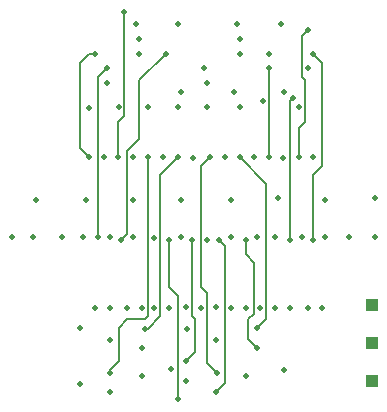
<source format=gbr>
%TF.GenerationSoftware,KiCad,Pcbnew,7.0.6-7.0.6~ubuntu22.04.1*%
%TF.CreationDate,2023-07-31T15:05:58-04:00*%
%TF.ProjectId,readout-box,72656164-6f75-4742-9d62-6f782e6b6963,rev?*%
%TF.SameCoordinates,Original*%
%TF.FileFunction,Copper,L3,Inr*%
%TF.FilePolarity,Positive*%
%FSLAX46Y46*%
G04 Gerber Fmt 4.6, Leading zero omitted, Abs format (unit mm)*
G04 Created by KiCad (PCBNEW 7.0.6-7.0.6~ubuntu22.04.1) date 2023-07-31 15:05:58*
%MOMM*%
%LPD*%
G01*
G04 APERTURE LIST*
%TA.AperFunction,ComponentPad*%
%ADD10R,1.000000X1.000000*%
%TD*%
%TA.AperFunction,ViaPad*%
%ADD11C,0.508000*%
%TD*%
%TA.AperFunction,Conductor*%
%ADD12C,0.152400*%
%TD*%
G04 APERTURE END LIST*
D10*
%TO.N,/+6.5V*%
%TO.C,J1*%
X75500000Y-59500000D03*
%TD*%
%TO.N,GND*%
%TO.C,J2*%
X75500000Y-62750000D03*
%TD*%
%TO.N,/-20V*%
%TO.C,J3*%
X75500000Y-66000000D03*
%TD*%
D11*
%TO.N,/+6.5V*%
X64250000Y-37000000D03*
X62250000Y-62500000D03*
X67500000Y-50500000D03*
X53250000Y-62500000D03*
X71500000Y-50599100D03*
X55250000Y-50639100D03*
X51250000Y-50619100D03*
X47000000Y-50659100D03*
X55750000Y-37000000D03*
X75750000Y-50500000D03*
X63500000Y-50599100D03*
X59250000Y-50619100D03*
%TO.N,/-20V*%
X59250000Y-41500000D03*
X60325000Y-47075000D03*
X57750000Y-47000000D03*
X68000000Y-41500000D03*
X67945000Y-47055000D03*
X63000000Y-47000000D03*
X56000000Y-65500000D03*
X52750000Y-47000000D03*
X65500000Y-47000000D03*
X70485000Y-47015000D03*
X55250000Y-47000000D03*
X64750000Y-65500000D03*
%TO.N,/OUT_1*%
X66750000Y-47000000D03*
X64250000Y-38250000D03*
X66750000Y-39500000D03*
%TO.N,/DET_0*%
X66750000Y-38250000D03*
X70500000Y-54000000D03*
X70500000Y-38250000D03*
%TO.N,/OUT_2*%
X65750000Y-61500000D03*
X64250000Y-47000000D03*
%TO.N,/OUT_3*%
X62359984Y-65281054D03*
X61750000Y-47000000D03*
%TO.N,/OUT_4*%
X59000000Y-47000000D03*
X56250000Y-61520000D03*
%TO.N,/OUT_5*%
X53250000Y-65250000D03*
X56500000Y-47000000D03*
%TO.N,/OUT_6*%
X59000000Y-35700000D03*
X53975000Y-47025000D03*
X54500000Y-34750000D03*
%TO.N,/DET_2*%
X64750000Y-54000000D03*
X65750000Y-63170000D03*
%TO.N,/OUT_7*%
X52000000Y-38250000D03*
X55750000Y-38250000D03*
X51500000Y-47000000D03*
%TO.N,/5V_1*%
X68500000Y-59750000D03*
X71500000Y-53750000D03*
%TO.N,/DET_3*%
X62250000Y-66870000D03*
X62500000Y-54000000D03*
%TO.N,/DET_1*%
X68750000Y-42000000D03*
X63750000Y-41500000D03*
X68500000Y-54000000D03*
%TO.N,/5V_2*%
X66000000Y-59750000D03*
X67250000Y-53750000D03*
%TO.N,/DET_4*%
X56000000Y-63170000D03*
X59750000Y-64250000D03*
X60250000Y-54000000D03*
%TO.N,/5V_3*%
X63500000Y-59750000D03*
X63500000Y-53750000D03*
%TO.N,/5V_4*%
X61000000Y-59750000D03*
X59250000Y-53750000D03*
%TO.N,/DET_5*%
X53250000Y-66870000D03*
X58250000Y-54000000D03*
X59000000Y-67500000D03*
%TO.N,/5V_5*%
X58250000Y-59750000D03*
X55250000Y-53750000D03*
%TO.N,/5V_6*%
X51000000Y-53750000D03*
X56000000Y-59750000D03*
%TO.N,/DET_6*%
X58000000Y-38250000D03*
X54250000Y-54000000D03*
%TO.N,/5V_7*%
X46750000Y-53750000D03*
X53250000Y-59750000D03*
%TO.N,/DET_7*%
X52250000Y-53750000D03*
X53040000Y-39460000D03*
%TO.N,GND*%
X54000000Y-42750000D03*
X70000000Y-39500000D03*
X67250000Y-59750000D03*
X58430000Y-64930000D03*
X70000000Y-59750000D03*
X54750000Y-59750000D03*
X45000000Y-53750000D03*
X59690000Y-59690000D03*
X56500000Y-42750000D03*
X64750000Y-59750000D03*
X53020000Y-40730000D03*
X62230000Y-59730000D03*
X52000000Y-59750000D03*
X50750000Y-61500000D03*
X66267400Y-42252184D03*
X59750000Y-66000000D03*
X50750000Y-66250000D03*
X51482600Y-42815000D03*
X64000000Y-35750000D03*
X61500000Y-42750000D03*
X64250000Y-42750000D03*
X59000000Y-42750000D03*
X49250000Y-53750000D03*
X65750000Y-53750000D03*
X61250000Y-39500000D03*
X59820000Y-61570000D03*
X57000000Y-59750000D03*
X55500000Y-35750000D03*
X57017400Y-53874667D03*
X68000000Y-65000000D03*
X61500000Y-54000000D03*
X73500000Y-53750000D03*
X53250000Y-53750000D03*
X69250000Y-42750000D03*
X61500000Y-40750000D03*
X69500000Y-53750000D03*
%TO.N,/5V_0*%
X71250000Y-59750000D03*
X75750000Y-53750000D03*
%TO.N,/OUT_0*%
X70000000Y-36250000D03*
X67750000Y-35750000D03*
X69250000Y-47000000D03*
%TD*%
D12*
%TO.N,/OUT_1*%
X66750000Y-47000000D02*
X66750000Y-39500000D01*
%TO.N,/DET_0*%
X71250000Y-39000000D02*
X70500000Y-38250000D01*
X70500000Y-54000000D02*
X70500000Y-48500000D01*
X71250000Y-47750000D02*
X71250000Y-39000000D01*
X70500000Y-48500000D02*
X71250000Y-47750000D01*
%TO.N,/OUT_2*%
X66500000Y-60750000D02*
X65750000Y-61500000D01*
X66500000Y-49250000D02*
X66500000Y-60750000D01*
X64250000Y-47000000D02*
X66500000Y-49250000D01*
%TO.N,/OUT_3*%
X61500000Y-58500000D02*
X61500000Y-64421070D01*
X61000000Y-58000000D02*
X61500000Y-58500000D01*
X61750000Y-47000000D02*
X61000000Y-47750000D01*
X61500000Y-64421070D02*
X62359984Y-65281054D01*
X61000000Y-47750000D02*
X61000000Y-58000000D01*
%TO.N,/OUT_4*%
X57500000Y-48500000D02*
X57500000Y-60500000D01*
X57500000Y-60500000D02*
X56480000Y-61520000D01*
X56480000Y-61520000D02*
X56250000Y-61520000D01*
X59000000Y-47000000D02*
X57500000Y-48500000D01*
%TO.N,/OUT_5*%
X54000000Y-64250000D02*
X53250000Y-65000000D01*
X54750000Y-60750000D02*
X54000000Y-61500000D01*
X56500000Y-60500000D02*
X56250000Y-60750000D01*
X54000000Y-61500000D02*
X54000000Y-64250000D01*
X53250000Y-65000000D02*
X53250000Y-65250000D01*
X56500000Y-47000000D02*
X56500000Y-60500000D01*
X56250000Y-60750000D02*
X54750000Y-60750000D01*
%TO.N,/OUT_6*%
X54500000Y-43500000D02*
X54500000Y-34750000D01*
X53975000Y-44025000D02*
X54500000Y-43500000D01*
X53975000Y-47025000D02*
X53975000Y-44025000D01*
%TO.N,/DET_2*%
X65500000Y-56000000D02*
X65500000Y-60250000D01*
X65000000Y-62420000D02*
X65750000Y-63170000D01*
X64750000Y-54000000D02*
X64750000Y-55250000D01*
X64750000Y-55250000D02*
X65500000Y-56000000D01*
X65000000Y-60750000D02*
X65000000Y-62420000D01*
X65500000Y-60250000D02*
X65000000Y-60750000D01*
%TO.N,/OUT_7*%
X50750000Y-46250000D02*
X50750000Y-39000000D01*
X51500000Y-47000000D02*
X50750000Y-46250000D01*
X51500000Y-38250000D02*
X52000000Y-38250000D01*
X50750000Y-39000000D02*
X51500000Y-38250000D01*
%TO.N,/DET_3*%
X63000000Y-54500000D02*
X63000000Y-66120000D01*
X62500000Y-54000000D02*
X63000000Y-54500000D01*
X63000000Y-66120000D02*
X62250000Y-66870000D01*
%TO.N,/DET_1*%
X68500000Y-42250000D02*
X68750000Y-42000000D01*
X68500000Y-54000000D02*
X68500000Y-42250000D01*
%TO.N,/DET_4*%
X60500000Y-63500000D02*
X59750000Y-64250000D01*
X60250000Y-60500000D02*
X60500000Y-60750000D01*
X60500000Y-60750000D02*
X60500000Y-63500000D01*
X60250000Y-54000000D02*
X60250000Y-60500000D01*
%TO.N,/DET_5*%
X58250000Y-54000000D02*
X58250000Y-58000000D01*
X59000000Y-58750000D02*
X59000000Y-67500000D01*
X58250000Y-58000000D02*
X59000000Y-58750000D01*
%TO.N,/DET_6*%
X55750000Y-45500000D02*
X55750000Y-40500000D01*
X55750000Y-40500000D02*
X58000000Y-38250000D01*
X54750000Y-46500000D02*
X55750000Y-45500000D01*
X54750000Y-53500000D02*
X54750000Y-46500000D01*
X54250000Y-54000000D02*
X54750000Y-53500000D01*
%TO.N,/DET_7*%
X53040000Y-39460000D02*
X52250000Y-40250000D01*
X52250000Y-40250000D02*
X52250000Y-53750000D01*
%TO.N,/OUT_0*%
X69750000Y-44000000D02*
X69750000Y-40500000D01*
X69500000Y-40250000D02*
X69500000Y-36750000D01*
X69750000Y-40500000D02*
X69500000Y-40250000D01*
X69500000Y-36750000D02*
X70000000Y-36250000D01*
X69250000Y-47000000D02*
X69250000Y-44500000D01*
X69250000Y-44500000D02*
X69750000Y-44000000D01*
%TD*%
M02*

</source>
